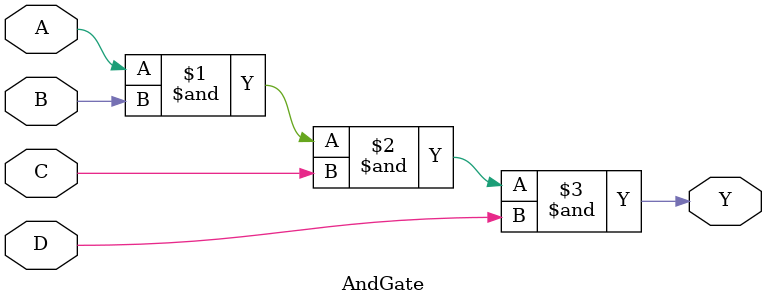
<source format=sv>
module AndGate (
	input logic A,
	input logic B,
	input logic C,
	input logic D,
	output logic Y
);
	
	assign Y = A & B & C & D;
	
endmodule

</source>
